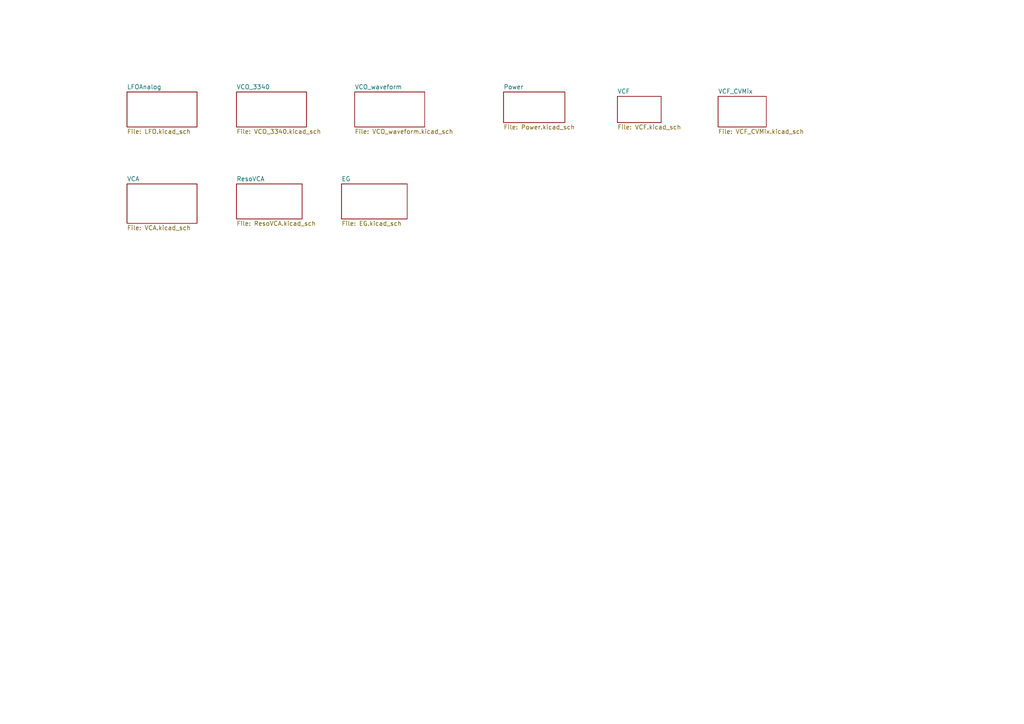
<source format=kicad_sch>
(kicad_sch
	(version 20250114)
	(generator "eeschema")
	(generator_version "9.0")
	(uuid "92765e2f-a998-485f-b610-76a9d5b50cba")
	(paper "A4")
	(lib_symbols)
	(sheet
		(at 68.58 26.67)
		(size 20.32 10.16)
		(exclude_from_sim no)
		(in_bom yes)
		(on_board yes)
		(dnp no)
		(fields_autoplaced yes)
		(stroke
			(width 0.1524)
			(type solid)
		)
		(fill
			(color 0 0 0 0.0000)
		)
		(uuid "31ade73f-3a23-4ba6-8fdd-ae7b8a426ce4")
		(property "Sheetname" "VCO_3340"
			(at 68.58 25.9584 0)
			(effects
				(font
					(size 1.27 1.27)
				)
				(justify left bottom)
			)
		)
		(property "Sheetfile" "VCO_3340.kicad_sch"
			(at 68.58 37.4146 0)
			(effects
				(font
					(size 1.27 1.27)
				)
				(justify left top)
			)
		)
		(instances
			(project "SynthBoard"
				(path "/92765e2f-a998-485f-b610-76a9d5b50cba"
					(page "3")
				)
			)
		)
	)
	(sheet
		(at 36.83 53.34)
		(size 20.32 11.43)
		(exclude_from_sim no)
		(in_bom yes)
		(on_board yes)
		(dnp no)
		(fields_autoplaced yes)
		(stroke
			(width 0.1524)
			(type solid)
		)
		(fill
			(color 0 0 0 0.0000)
		)
		(uuid "3e1fadc0-1ea8-431e-ae01-135c41be23af")
		(property "Sheetname" "VCA"
			(at 36.83 52.6284 0)
			(effects
				(font
					(size 1.27 1.27)
				)
				(justify left bottom)
			)
		)
		(property "Sheetfile" "VCA.kicad_sch"
			(at 36.83 65.3546 0)
			(effects
				(font
					(size 1.27 1.27)
				)
				(justify left top)
			)
		)
		(instances
			(project "SynthBoard"
				(path "/92765e2f-a998-485f-b610-76a9d5b50cba"
					(page "8")
				)
			)
		)
	)
	(sheet
		(at 179.07 27.94)
		(size 12.7 7.62)
		(exclude_from_sim no)
		(in_bom yes)
		(on_board yes)
		(dnp no)
		(fields_autoplaced yes)
		(stroke
			(width 0.1524)
			(type solid)
		)
		(fill
			(color 0 0 0 0.0000)
		)
		(uuid "50ce6c98-ea13-446e-a5c0-eb76560b8936")
		(property "Sheetname" "VCF"
			(at 179.07 27.2284 0)
			(effects
				(font
					(size 1.27 1.27)
				)
				(justify left bottom)
			)
		)
		(property "Sheetfile" "VCF.kicad_sch"
			(at 179.07 36.1446 0)
			(effects
				(font
					(size 1.27 1.27)
				)
				(justify left top)
			)
		)
		(instances
			(project "SynthBoard"
				(path "/92765e2f-a998-485f-b610-76a9d5b50cba"
					(page "6")
				)
			)
		)
	)
	(sheet
		(at 102.87 26.67)
		(size 20.32 10.16)
		(exclude_from_sim no)
		(in_bom yes)
		(on_board yes)
		(dnp no)
		(fields_autoplaced yes)
		(stroke
			(width 0.1524)
			(type solid)
		)
		(fill
			(color 0 0 0 0.0000)
		)
		(uuid "54ae8d1b-caf5-4a85-9663-2a3f476f2243")
		(property "Sheetname" "VCO_waveform"
			(at 102.87 25.9584 0)
			(effects
				(font
					(size 1.27 1.27)
				)
				(justify left bottom)
			)
		)
		(property "Sheetfile" "VCO_waveform.kicad_sch"
			(at 102.87 37.4146 0)
			(effects
				(font
					(size 1.27 1.27)
				)
				(justify left top)
			)
		)
		(instances
			(project "SynthBoard"
				(path "/92765e2f-a998-485f-b610-76a9d5b50cba"
					(page "4")
				)
			)
		)
	)
	(sheet
		(at 36.83 26.67)
		(size 20.32 10.16)
		(exclude_from_sim no)
		(in_bom yes)
		(on_board yes)
		(dnp no)
		(fields_autoplaced yes)
		(stroke
			(width 0.1524)
			(type solid)
		)
		(fill
			(color 0 0 0 0.0000)
		)
		(uuid "703aad3c-b177-4856-b861-e207f207807c")
		(property "Sheetname" "LFOAnalog"
			(at 36.83 25.9584 0)
			(effects
				(font
					(size 1.27 1.27)
				)
				(justify left bottom)
			)
		)
		(property "Sheetfile" "LFO.kicad_sch"
			(at 36.83 37.4146 0)
			(effects
				(font
					(size 1.27 1.27)
				)
				(justify left top)
			)
		)
		(instances
			(project "SynthBoard"
				(path "/92765e2f-a998-485f-b610-76a9d5b50cba"
					(page "2")
				)
			)
		)
	)
	(sheet
		(at 208.28 27.94)
		(size 13.97 8.89)
		(exclude_from_sim no)
		(in_bom yes)
		(on_board yes)
		(dnp no)
		(fields_autoplaced yes)
		(stroke
			(width 0.1524)
			(type solid)
		)
		(fill
			(color 0 0 0 0.0000)
		)
		(uuid "91d0d04c-ea81-4181-b7cc-4c199a791c3e")
		(property "Sheetname" "VCF_CVMix"
			(at 208.28 27.2284 0)
			(effects
				(font
					(size 1.27 1.27)
				)
				(justify left bottom)
			)
		)
		(property "Sheetfile" "VCF_CVMix.kicad_sch"
			(at 208.28 37.4146 0)
			(effects
				(font
					(size 1.27 1.27)
				)
				(justify left top)
			)
		)
		(instances
			(project "SynthBoard"
				(path "/92765e2f-a998-485f-b610-76a9d5b50cba"
					(page "7")
				)
			)
		)
	)
	(sheet
		(at 68.58 53.34)
		(size 19.05 10.16)
		(exclude_from_sim no)
		(in_bom yes)
		(on_board yes)
		(dnp no)
		(fields_autoplaced yes)
		(stroke
			(width 0.1524)
			(type solid)
		)
		(fill
			(color 0 0 0 0.0000)
		)
		(uuid "ce791b53-fe36-4133-8ad7-8aef41fe14ef")
		(property "Sheetname" "ResoVCA"
			(at 68.58 52.6284 0)
			(effects
				(font
					(size 1.27 1.27)
				)
				(justify left bottom)
			)
		)
		(property "Sheetfile" "ResoVCA.kicad_sch"
			(at 68.58 64.0846 0)
			(effects
				(font
					(size 1.27 1.27)
				)
				(justify left top)
			)
		)
		(instances
			(project "SynthBoard"
				(path "/92765e2f-a998-485f-b610-76a9d5b50cba"
					(page "9")
				)
			)
		)
	)
	(sheet
		(at 146.05 26.67)
		(size 17.78 8.89)
		(exclude_from_sim no)
		(in_bom yes)
		(on_board yes)
		(dnp no)
		(fields_autoplaced yes)
		(stroke
			(width 0.1524)
			(type solid)
		)
		(fill
			(color 0 0 0 0.0000)
		)
		(uuid "f1843a98-b8f0-4d2f-a60f-8ff83b866cf8")
		(property "Sheetname" "Power"
			(at 146.05 25.9584 0)
			(effects
				(font
					(size 1.27 1.27)
				)
				(justify left bottom)
			)
		)
		(property "Sheetfile" "Power.kicad_sch"
			(at 146.05 36.1446 0)
			(effects
				(font
					(size 1.27 1.27)
				)
				(justify left top)
			)
		)
		(instances
			(project "SynthBoard"
				(path "/92765e2f-a998-485f-b610-76a9d5b50cba"
					(page "5")
				)
			)
		)
	)
	(sheet
		(at 99.06 53.34)
		(size 19.05 10.16)
		(exclude_from_sim no)
		(in_bom yes)
		(on_board yes)
		(dnp no)
		(fields_autoplaced yes)
		(stroke
			(width 0.1524)
			(type solid)
		)
		(fill
			(color 0 0 0 0.0000)
		)
		(uuid "fc1487e4-e9d5-4a53-bb70-9661f25d7f46")
		(property "Sheetname" "EG"
			(at 99.06 52.6284 0)
			(effects
				(font
					(size 1.27 1.27)
				)
				(justify left bottom)
			)
		)
		(property "Sheetfile" "EG.kicad_sch"
			(at 99.06 64.0846 0)
			(effects
				(font
					(size 1.27 1.27)
				)
				(justify left top)
			)
		)
		(instances
			(project "SynthBoard"
				(path "/92765e2f-a998-485f-b610-76a9d5b50cba"
					(page "10")
				)
			)
		)
	)
	(sheet_instances
		(path "/"
			(page "1")
		)
	)
	(embedded_fonts no)
)

</source>
